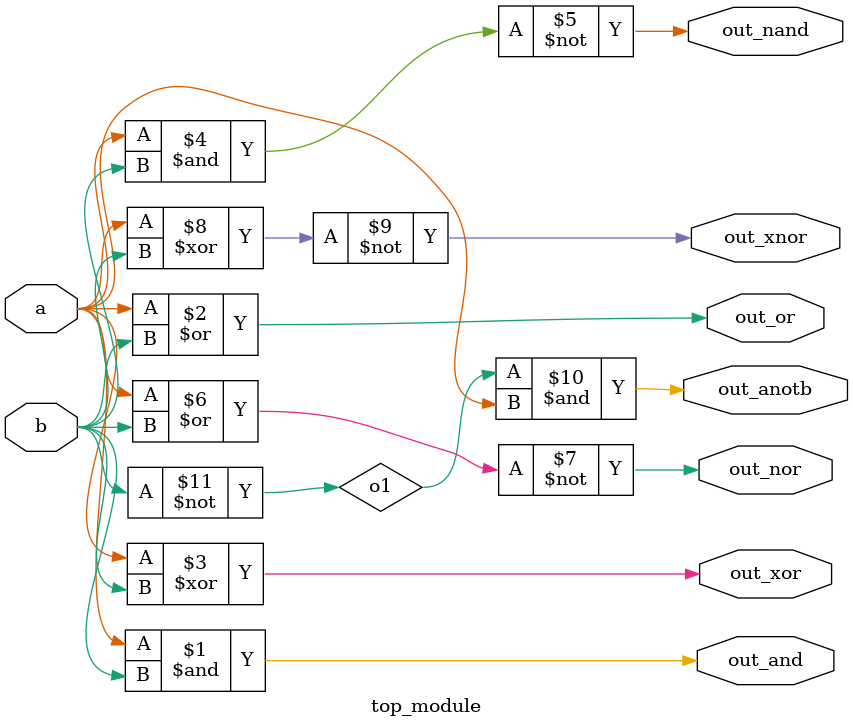
<source format=v>
module top_module( 
    input a, b,
    output out_and,
    output out_or,
    output out_xor,
    output out_nand,
    output out_nor,
    output out_xnor,
    output out_anotb
);
	wire o1;

	and(out_and,a,b);
	or(out_or,a,b);
	xor(out_xor,a,b);
	nand(out_nand,a,b);
	nor(out_nor,a,b);
	xnor(out_xnor,a,b);
	
	not(o1,b);
	and(out_anotb,o1,a);

endmodule
</source>
